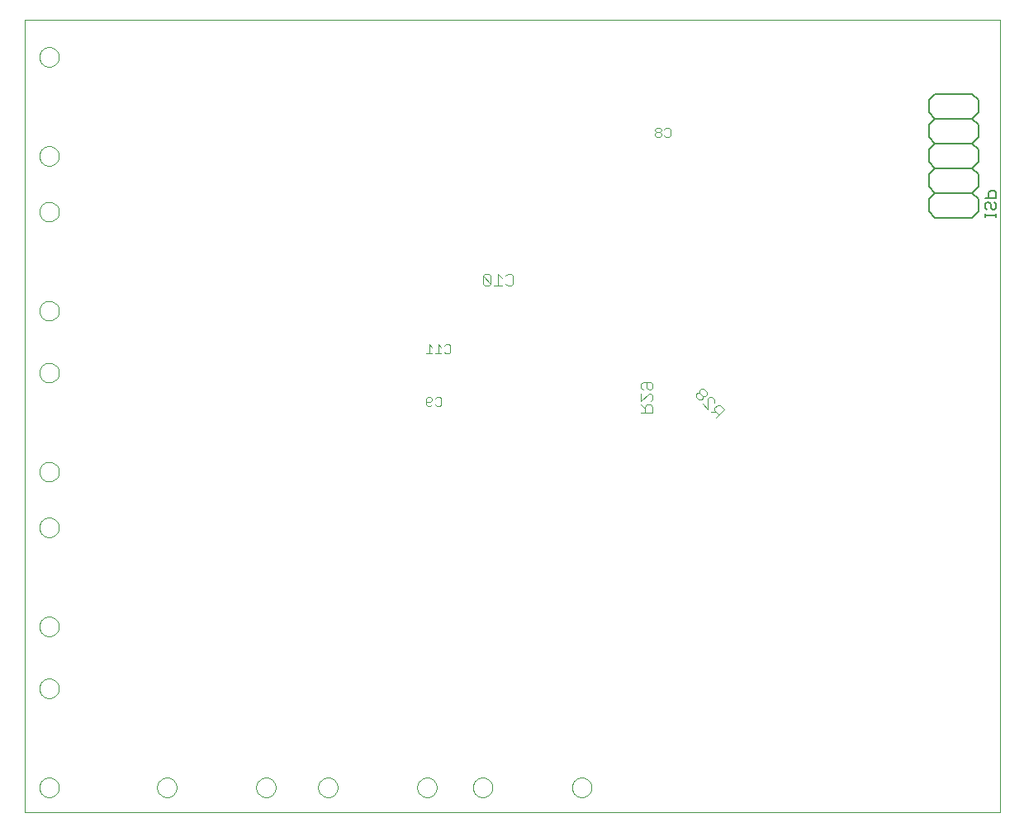
<source format=gbo>
G75*
G70*
%OFA0B0*%
%FSLAX24Y24*%
%IPPOS*%
%LPD*%
%AMOC8*
5,1,8,0,0,1.08239X$1,22.5*
%
%ADD10C,0.0000*%
%ADD11C,0.0030*%
%ADD12C,0.0040*%
%ADD13C,0.0060*%
%ADD14C,0.0050*%
D10*
X010361Y010361D02*
X010361Y042357D01*
X049731Y042357D01*
X049731Y010361D01*
X010361Y010361D01*
X010967Y011361D02*
X010969Y011400D01*
X010975Y011439D01*
X010985Y011477D01*
X010998Y011514D01*
X011015Y011549D01*
X011035Y011583D01*
X011059Y011614D01*
X011086Y011643D01*
X011115Y011669D01*
X011147Y011692D01*
X011181Y011712D01*
X011217Y011728D01*
X011254Y011740D01*
X011293Y011749D01*
X011332Y011754D01*
X011371Y011755D01*
X011410Y011752D01*
X011449Y011745D01*
X011486Y011734D01*
X011523Y011720D01*
X011558Y011702D01*
X011591Y011681D01*
X011622Y011656D01*
X011650Y011629D01*
X011675Y011599D01*
X011697Y011566D01*
X011716Y011532D01*
X011731Y011496D01*
X011743Y011458D01*
X011751Y011420D01*
X011755Y011381D01*
X011755Y011341D01*
X011751Y011302D01*
X011743Y011264D01*
X011731Y011226D01*
X011716Y011190D01*
X011697Y011156D01*
X011675Y011123D01*
X011650Y011093D01*
X011622Y011066D01*
X011591Y011041D01*
X011558Y011020D01*
X011523Y011002D01*
X011486Y010988D01*
X011449Y010977D01*
X011410Y010970D01*
X011371Y010967D01*
X011332Y010968D01*
X011293Y010973D01*
X011254Y010982D01*
X011217Y010994D01*
X011181Y011010D01*
X011147Y011030D01*
X011115Y011053D01*
X011086Y011079D01*
X011059Y011108D01*
X011035Y011139D01*
X011015Y011173D01*
X010998Y011208D01*
X010985Y011245D01*
X010975Y011283D01*
X010969Y011322D01*
X010967Y011361D01*
X010967Y015361D02*
X010969Y015400D01*
X010975Y015439D01*
X010985Y015477D01*
X010998Y015514D01*
X011015Y015549D01*
X011035Y015583D01*
X011059Y015614D01*
X011086Y015643D01*
X011115Y015669D01*
X011147Y015692D01*
X011181Y015712D01*
X011217Y015728D01*
X011254Y015740D01*
X011293Y015749D01*
X011332Y015754D01*
X011371Y015755D01*
X011410Y015752D01*
X011449Y015745D01*
X011486Y015734D01*
X011523Y015720D01*
X011558Y015702D01*
X011591Y015681D01*
X011622Y015656D01*
X011650Y015629D01*
X011675Y015599D01*
X011697Y015566D01*
X011716Y015532D01*
X011731Y015496D01*
X011743Y015458D01*
X011751Y015420D01*
X011755Y015381D01*
X011755Y015341D01*
X011751Y015302D01*
X011743Y015264D01*
X011731Y015226D01*
X011716Y015190D01*
X011697Y015156D01*
X011675Y015123D01*
X011650Y015093D01*
X011622Y015066D01*
X011591Y015041D01*
X011558Y015020D01*
X011523Y015002D01*
X011486Y014988D01*
X011449Y014977D01*
X011410Y014970D01*
X011371Y014967D01*
X011332Y014968D01*
X011293Y014973D01*
X011254Y014982D01*
X011217Y014994D01*
X011181Y015010D01*
X011147Y015030D01*
X011115Y015053D01*
X011086Y015079D01*
X011059Y015108D01*
X011035Y015139D01*
X011015Y015173D01*
X010998Y015208D01*
X010985Y015245D01*
X010975Y015283D01*
X010969Y015322D01*
X010967Y015361D01*
X010967Y017861D02*
X010969Y017900D01*
X010975Y017939D01*
X010985Y017977D01*
X010998Y018014D01*
X011015Y018049D01*
X011035Y018083D01*
X011059Y018114D01*
X011086Y018143D01*
X011115Y018169D01*
X011147Y018192D01*
X011181Y018212D01*
X011217Y018228D01*
X011254Y018240D01*
X011293Y018249D01*
X011332Y018254D01*
X011371Y018255D01*
X011410Y018252D01*
X011449Y018245D01*
X011486Y018234D01*
X011523Y018220D01*
X011558Y018202D01*
X011591Y018181D01*
X011622Y018156D01*
X011650Y018129D01*
X011675Y018099D01*
X011697Y018066D01*
X011716Y018032D01*
X011731Y017996D01*
X011743Y017958D01*
X011751Y017920D01*
X011755Y017881D01*
X011755Y017841D01*
X011751Y017802D01*
X011743Y017764D01*
X011731Y017726D01*
X011716Y017690D01*
X011697Y017656D01*
X011675Y017623D01*
X011650Y017593D01*
X011622Y017566D01*
X011591Y017541D01*
X011558Y017520D01*
X011523Y017502D01*
X011486Y017488D01*
X011449Y017477D01*
X011410Y017470D01*
X011371Y017467D01*
X011332Y017468D01*
X011293Y017473D01*
X011254Y017482D01*
X011217Y017494D01*
X011181Y017510D01*
X011147Y017530D01*
X011115Y017553D01*
X011086Y017579D01*
X011059Y017608D01*
X011035Y017639D01*
X011015Y017673D01*
X010998Y017708D01*
X010985Y017745D01*
X010975Y017783D01*
X010969Y017822D01*
X010967Y017861D01*
X010967Y021861D02*
X010969Y021900D01*
X010975Y021939D01*
X010985Y021977D01*
X010998Y022014D01*
X011015Y022049D01*
X011035Y022083D01*
X011059Y022114D01*
X011086Y022143D01*
X011115Y022169D01*
X011147Y022192D01*
X011181Y022212D01*
X011217Y022228D01*
X011254Y022240D01*
X011293Y022249D01*
X011332Y022254D01*
X011371Y022255D01*
X011410Y022252D01*
X011449Y022245D01*
X011486Y022234D01*
X011523Y022220D01*
X011558Y022202D01*
X011591Y022181D01*
X011622Y022156D01*
X011650Y022129D01*
X011675Y022099D01*
X011697Y022066D01*
X011716Y022032D01*
X011731Y021996D01*
X011743Y021958D01*
X011751Y021920D01*
X011755Y021881D01*
X011755Y021841D01*
X011751Y021802D01*
X011743Y021764D01*
X011731Y021726D01*
X011716Y021690D01*
X011697Y021656D01*
X011675Y021623D01*
X011650Y021593D01*
X011622Y021566D01*
X011591Y021541D01*
X011558Y021520D01*
X011523Y021502D01*
X011486Y021488D01*
X011449Y021477D01*
X011410Y021470D01*
X011371Y021467D01*
X011332Y021468D01*
X011293Y021473D01*
X011254Y021482D01*
X011217Y021494D01*
X011181Y021510D01*
X011147Y021530D01*
X011115Y021553D01*
X011086Y021579D01*
X011059Y021608D01*
X011035Y021639D01*
X011015Y021673D01*
X010998Y021708D01*
X010985Y021745D01*
X010975Y021783D01*
X010969Y021822D01*
X010967Y021861D01*
X010967Y024111D02*
X010969Y024150D01*
X010975Y024189D01*
X010985Y024227D01*
X010998Y024264D01*
X011015Y024299D01*
X011035Y024333D01*
X011059Y024364D01*
X011086Y024393D01*
X011115Y024419D01*
X011147Y024442D01*
X011181Y024462D01*
X011217Y024478D01*
X011254Y024490D01*
X011293Y024499D01*
X011332Y024504D01*
X011371Y024505D01*
X011410Y024502D01*
X011449Y024495D01*
X011486Y024484D01*
X011523Y024470D01*
X011558Y024452D01*
X011591Y024431D01*
X011622Y024406D01*
X011650Y024379D01*
X011675Y024349D01*
X011697Y024316D01*
X011716Y024282D01*
X011731Y024246D01*
X011743Y024208D01*
X011751Y024170D01*
X011755Y024131D01*
X011755Y024091D01*
X011751Y024052D01*
X011743Y024014D01*
X011731Y023976D01*
X011716Y023940D01*
X011697Y023906D01*
X011675Y023873D01*
X011650Y023843D01*
X011622Y023816D01*
X011591Y023791D01*
X011558Y023770D01*
X011523Y023752D01*
X011486Y023738D01*
X011449Y023727D01*
X011410Y023720D01*
X011371Y023717D01*
X011332Y023718D01*
X011293Y023723D01*
X011254Y023732D01*
X011217Y023744D01*
X011181Y023760D01*
X011147Y023780D01*
X011115Y023803D01*
X011086Y023829D01*
X011059Y023858D01*
X011035Y023889D01*
X011015Y023923D01*
X010998Y023958D01*
X010985Y023995D01*
X010975Y024033D01*
X010969Y024072D01*
X010967Y024111D01*
X010967Y028111D02*
X010969Y028150D01*
X010975Y028189D01*
X010985Y028227D01*
X010998Y028264D01*
X011015Y028299D01*
X011035Y028333D01*
X011059Y028364D01*
X011086Y028393D01*
X011115Y028419D01*
X011147Y028442D01*
X011181Y028462D01*
X011217Y028478D01*
X011254Y028490D01*
X011293Y028499D01*
X011332Y028504D01*
X011371Y028505D01*
X011410Y028502D01*
X011449Y028495D01*
X011486Y028484D01*
X011523Y028470D01*
X011558Y028452D01*
X011591Y028431D01*
X011622Y028406D01*
X011650Y028379D01*
X011675Y028349D01*
X011697Y028316D01*
X011716Y028282D01*
X011731Y028246D01*
X011743Y028208D01*
X011751Y028170D01*
X011755Y028131D01*
X011755Y028091D01*
X011751Y028052D01*
X011743Y028014D01*
X011731Y027976D01*
X011716Y027940D01*
X011697Y027906D01*
X011675Y027873D01*
X011650Y027843D01*
X011622Y027816D01*
X011591Y027791D01*
X011558Y027770D01*
X011523Y027752D01*
X011486Y027738D01*
X011449Y027727D01*
X011410Y027720D01*
X011371Y027717D01*
X011332Y027718D01*
X011293Y027723D01*
X011254Y027732D01*
X011217Y027744D01*
X011181Y027760D01*
X011147Y027780D01*
X011115Y027803D01*
X011086Y027829D01*
X011059Y027858D01*
X011035Y027889D01*
X011015Y027923D01*
X010998Y027958D01*
X010985Y027995D01*
X010975Y028033D01*
X010969Y028072D01*
X010967Y028111D01*
X010967Y030611D02*
X010969Y030650D01*
X010975Y030689D01*
X010985Y030727D01*
X010998Y030764D01*
X011015Y030799D01*
X011035Y030833D01*
X011059Y030864D01*
X011086Y030893D01*
X011115Y030919D01*
X011147Y030942D01*
X011181Y030962D01*
X011217Y030978D01*
X011254Y030990D01*
X011293Y030999D01*
X011332Y031004D01*
X011371Y031005D01*
X011410Y031002D01*
X011449Y030995D01*
X011486Y030984D01*
X011523Y030970D01*
X011558Y030952D01*
X011591Y030931D01*
X011622Y030906D01*
X011650Y030879D01*
X011675Y030849D01*
X011697Y030816D01*
X011716Y030782D01*
X011731Y030746D01*
X011743Y030708D01*
X011751Y030670D01*
X011755Y030631D01*
X011755Y030591D01*
X011751Y030552D01*
X011743Y030514D01*
X011731Y030476D01*
X011716Y030440D01*
X011697Y030406D01*
X011675Y030373D01*
X011650Y030343D01*
X011622Y030316D01*
X011591Y030291D01*
X011558Y030270D01*
X011523Y030252D01*
X011486Y030238D01*
X011449Y030227D01*
X011410Y030220D01*
X011371Y030217D01*
X011332Y030218D01*
X011293Y030223D01*
X011254Y030232D01*
X011217Y030244D01*
X011181Y030260D01*
X011147Y030280D01*
X011115Y030303D01*
X011086Y030329D01*
X011059Y030358D01*
X011035Y030389D01*
X011015Y030423D01*
X010998Y030458D01*
X010985Y030495D01*
X010975Y030533D01*
X010969Y030572D01*
X010967Y030611D01*
X010967Y034611D02*
X010969Y034650D01*
X010975Y034689D01*
X010985Y034727D01*
X010998Y034764D01*
X011015Y034799D01*
X011035Y034833D01*
X011059Y034864D01*
X011086Y034893D01*
X011115Y034919D01*
X011147Y034942D01*
X011181Y034962D01*
X011217Y034978D01*
X011254Y034990D01*
X011293Y034999D01*
X011332Y035004D01*
X011371Y035005D01*
X011410Y035002D01*
X011449Y034995D01*
X011486Y034984D01*
X011523Y034970D01*
X011558Y034952D01*
X011591Y034931D01*
X011622Y034906D01*
X011650Y034879D01*
X011675Y034849D01*
X011697Y034816D01*
X011716Y034782D01*
X011731Y034746D01*
X011743Y034708D01*
X011751Y034670D01*
X011755Y034631D01*
X011755Y034591D01*
X011751Y034552D01*
X011743Y034514D01*
X011731Y034476D01*
X011716Y034440D01*
X011697Y034406D01*
X011675Y034373D01*
X011650Y034343D01*
X011622Y034316D01*
X011591Y034291D01*
X011558Y034270D01*
X011523Y034252D01*
X011486Y034238D01*
X011449Y034227D01*
X011410Y034220D01*
X011371Y034217D01*
X011332Y034218D01*
X011293Y034223D01*
X011254Y034232D01*
X011217Y034244D01*
X011181Y034260D01*
X011147Y034280D01*
X011115Y034303D01*
X011086Y034329D01*
X011059Y034358D01*
X011035Y034389D01*
X011015Y034423D01*
X010998Y034458D01*
X010985Y034495D01*
X010975Y034533D01*
X010969Y034572D01*
X010967Y034611D01*
X010967Y036861D02*
X010969Y036900D01*
X010975Y036939D01*
X010985Y036977D01*
X010998Y037014D01*
X011015Y037049D01*
X011035Y037083D01*
X011059Y037114D01*
X011086Y037143D01*
X011115Y037169D01*
X011147Y037192D01*
X011181Y037212D01*
X011217Y037228D01*
X011254Y037240D01*
X011293Y037249D01*
X011332Y037254D01*
X011371Y037255D01*
X011410Y037252D01*
X011449Y037245D01*
X011486Y037234D01*
X011523Y037220D01*
X011558Y037202D01*
X011591Y037181D01*
X011622Y037156D01*
X011650Y037129D01*
X011675Y037099D01*
X011697Y037066D01*
X011716Y037032D01*
X011731Y036996D01*
X011743Y036958D01*
X011751Y036920D01*
X011755Y036881D01*
X011755Y036841D01*
X011751Y036802D01*
X011743Y036764D01*
X011731Y036726D01*
X011716Y036690D01*
X011697Y036656D01*
X011675Y036623D01*
X011650Y036593D01*
X011622Y036566D01*
X011591Y036541D01*
X011558Y036520D01*
X011523Y036502D01*
X011486Y036488D01*
X011449Y036477D01*
X011410Y036470D01*
X011371Y036467D01*
X011332Y036468D01*
X011293Y036473D01*
X011254Y036482D01*
X011217Y036494D01*
X011181Y036510D01*
X011147Y036530D01*
X011115Y036553D01*
X011086Y036579D01*
X011059Y036608D01*
X011035Y036639D01*
X011015Y036673D01*
X010998Y036708D01*
X010985Y036745D01*
X010975Y036783D01*
X010969Y036822D01*
X010967Y036861D01*
X010967Y040861D02*
X010969Y040900D01*
X010975Y040939D01*
X010985Y040977D01*
X010998Y041014D01*
X011015Y041049D01*
X011035Y041083D01*
X011059Y041114D01*
X011086Y041143D01*
X011115Y041169D01*
X011147Y041192D01*
X011181Y041212D01*
X011217Y041228D01*
X011254Y041240D01*
X011293Y041249D01*
X011332Y041254D01*
X011371Y041255D01*
X011410Y041252D01*
X011449Y041245D01*
X011486Y041234D01*
X011523Y041220D01*
X011558Y041202D01*
X011591Y041181D01*
X011622Y041156D01*
X011650Y041129D01*
X011675Y041099D01*
X011697Y041066D01*
X011716Y041032D01*
X011731Y040996D01*
X011743Y040958D01*
X011751Y040920D01*
X011755Y040881D01*
X011755Y040841D01*
X011751Y040802D01*
X011743Y040764D01*
X011731Y040726D01*
X011716Y040690D01*
X011697Y040656D01*
X011675Y040623D01*
X011650Y040593D01*
X011622Y040566D01*
X011591Y040541D01*
X011558Y040520D01*
X011523Y040502D01*
X011486Y040488D01*
X011449Y040477D01*
X011410Y040470D01*
X011371Y040467D01*
X011332Y040468D01*
X011293Y040473D01*
X011254Y040482D01*
X011217Y040494D01*
X011181Y040510D01*
X011147Y040530D01*
X011115Y040553D01*
X011086Y040579D01*
X011059Y040608D01*
X011035Y040639D01*
X011015Y040673D01*
X010998Y040708D01*
X010985Y040745D01*
X010975Y040783D01*
X010969Y040822D01*
X010967Y040861D01*
X015717Y011361D02*
X015719Y011400D01*
X015725Y011439D01*
X015735Y011477D01*
X015748Y011514D01*
X015765Y011549D01*
X015785Y011583D01*
X015809Y011614D01*
X015836Y011643D01*
X015865Y011669D01*
X015897Y011692D01*
X015931Y011712D01*
X015967Y011728D01*
X016004Y011740D01*
X016043Y011749D01*
X016082Y011754D01*
X016121Y011755D01*
X016160Y011752D01*
X016199Y011745D01*
X016236Y011734D01*
X016273Y011720D01*
X016308Y011702D01*
X016341Y011681D01*
X016372Y011656D01*
X016400Y011629D01*
X016425Y011599D01*
X016447Y011566D01*
X016466Y011532D01*
X016481Y011496D01*
X016493Y011458D01*
X016501Y011420D01*
X016505Y011381D01*
X016505Y011341D01*
X016501Y011302D01*
X016493Y011264D01*
X016481Y011226D01*
X016466Y011190D01*
X016447Y011156D01*
X016425Y011123D01*
X016400Y011093D01*
X016372Y011066D01*
X016341Y011041D01*
X016308Y011020D01*
X016273Y011002D01*
X016236Y010988D01*
X016199Y010977D01*
X016160Y010970D01*
X016121Y010967D01*
X016082Y010968D01*
X016043Y010973D01*
X016004Y010982D01*
X015967Y010994D01*
X015931Y011010D01*
X015897Y011030D01*
X015865Y011053D01*
X015836Y011079D01*
X015809Y011108D01*
X015785Y011139D01*
X015765Y011173D01*
X015748Y011208D01*
X015735Y011245D01*
X015725Y011283D01*
X015719Y011322D01*
X015717Y011361D01*
X019717Y011361D02*
X019719Y011400D01*
X019725Y011439D01*
X019735Y011477D01*
X019748Y011514D01*
X019765Y011549D01*
X019785Y011583D01*
X019809Y011614D01*
X019836Y011643D01*
X019865Y011669D01*
X019897Y011692D01*
X019931Y011712D01*
X019967Y011728D01*
X020004Y011740D01*
X020043Y011749D01*
X020082Y011754D01*
X020121Y011755D01*
X020160Y011752D01*
X020199Y011745D01*
X020236Y011734D01*
X020273Y011720D01*
X020308Y011702D01*
X020341Y011681D01*
X020372Y011656D01*
X020400Y011629D01*
X020425Y011599D01*
X020447Y011566D01*
X020466Y011532D01*
X020481Y011496D01*
X020493Y011458D01*
X020501Y011420D01*
X020505Y011381D01*
X020505Y011341D01*
X020501Y011302D01*
X020493Y011264D01*
X020481Y011226D01*
X020466Y011190D01*
X020447Y011156D01*
X020425Y011123D01*
X020400Y011093D01*
X020372Y011066D01*
X020341Y011041D01*
X020308Y011020D01*
X020273Y011002D01*
X020236Y010988D01*
X020199Y010977D01*
X020160Y010970D01*
X020121Y010967D01*
X020082Y010968D01*
X020043Y010973D01*
X020004Y010982D01*
X019967Y010994D01*
X019931Y011010D01*
X019897Y011030D01*
X019865Y011053D01*
X019836Y011079D01*
X019809Y011108D01*
X019785Y011139D01*
X019765Y011173D01*
X019748Y011208D01*
X019735Y011245D01*
X019725Y011283D01*
X019719Y011322D01*
X019717Y011361D01*
X022217Y011361D02*
X022219Y011400D01*
X022225Y011439D01*
X022235Y011477D01*
X022248Y011514D01*
X022265Y011549D01*
X022285Y011583D01*
X022309Y011614D01*
X022336Y011643D01*
X022365Y011669D01*
X022397Y011692D01*
X022431Y011712D01*
X022467Y011728D01*
X022504Y011740D01*
X022543Y011749D01*
X022582Y011754D01*
X022621Y011755D01*
X022660Y011752D01*
X022699Y011745D01*
X022736Y011734D01*
X022773Y011720D01*
X022808Y011702D01*
X022841Y011681D01*
X022872Y011656D01*
X022900Y011629D01*
X022925Y011599D01*
X022947Y011566D01*
X022966Y011532D01*
X022981Y011496D01*
X022993Y011458D01*
X023001Y011420D01*
X023005Y011381D01*
X023005Y011341D01*
X023001Y011302D01*
X022993Y011264D01*
X022981Y011226D01*
X022966Y011190D01*
X022947Y011156D01*
X022925Y011123D01*
X022900Y011093D01*
X022872Y011066D01*
X022841Y011041D01*
X022808Y011020D01*
X022773Y011002D01*
X022736Y010988D01*
X022699Y010977D01*
X022660Y010970D01*
X022621Y010967D01*
X022582Y010968D01*
X022543Y010973D01*
X022504Y010982D01*
X022467Y010994D01*
X022431Y011010D01*
X022397Y011030D01*
X022365Y011053D01*
X022336Y011079D01*
X022309Y011108D01*
X022285Y011139D01*
X022265Y011173D01*
X022248Y011208D01*
X022235Y011245D01*
X022225Y011283D01*
X022219Y011322D01*
X022217Y011361D01*
X026217Y011361D02*
X026219Y011400D01*
X026225Y011439D01*
X026235Y011477D01*
X026248Y011514D01*
X026265Y011549D01*
X026285Y011583D01*
X026309Y011614D01*
X026336Y011643D01*
X026365Y011669D01*
X026397Y011692D01*
X026431Y011712D01*
X026467Y011728D01*
X026504Y011740D01*
X026543Y011749D01*
X026582Y011754D01*
X026621Y011755D01*
X026660Y011752D01*
X026699Y011745D01*
X026736Y011734D01*
X026773Y011720D01*
X026808Y011702D01*
X026841Y011681D01*
X026872Y011656D01*
X026900Y011629D01*
X026925Y011599D01*
X026947Y011566D01*
X026966Y011532D01*
X026981Y011496D01*
X026993Y011458D01*
X027001Y011420D01*
X027005Y011381D01*
X027005Y011341D01*
X027001Y011302D01*
X026993Y011264D01*
X026981Y011226D01*
X026966Y011190D01*
X026947Y011156D01*
X026925Y011123D01*
X026900Y011093D01*
X026872Y011066D01*
X026841Y011041D01*
X026808Y011020D01*
X026773Y011002D01*
X026736Y010988D01*
X026699Y010977D01*
X026660Y010970D01*
X026621Y010967D01*
X026582Y010968D01*
X026543Y010973D01*
X026504Y010982D01*
X026467Y010994D01*
X026431Y011010D01*
X026397Y011030D01*
X026365Y011053D01*
X026336Y011079D01*
X026309Y011108D01*
X026285Y011139D01*
X026265Y011173D01*
X026248Y011208D01*
X026235Y011245D01*
X026225Y011283D01*
X026219Y011322D01*
X026217Y011361D01*
X028467Y011361D02*
X028469Y011400D01*
X028475Y011439D01*
X028485Y011477D01*
X028498Y011514D01*
X028515Y011549D01*
X028535Y011583D01*
X028559Y011614D01*
X028586Y011643D01*
X028615Y011669D01*
X028647Y011692D01*
X028681Y011712D01*
X028717Y011728D01*
X028754Y011740D01*
X028793Y011749D01*
X028832Y011754D01*
X028871Y011755D01*
X028910Y011752D01*
X028949Y011745D01*
X028986Y011734D01*
X029023Y011720D01*
X029058Y011702D01*
X029091Y011681D01*
X029122Y011656D01*
X029150Y011629D01*
X029175Y011599D01*
X029197Y011566D01*
X029216Y011532D01*
X029231Y011496D01*
X029243Y011458D01*
X029251Y011420D01*
X029255Y011381D01*
X029255Y011341D01*
X029251Y011302D01*
X029243Y011264D01*
X029231Y011226D01*
X029216Y011190D01*
X029197Y011156D01*
X029175Y011123D01*
X029150Y011093D01*
X029122Y011066D01*
X029091Y011041D01*
X029058Y011020D01*
X029023Y011002D01*
X028986Y010988D01*
X028949Y010977D01*
X028910Y010970D01*
X028871Y010967D01*
X028832Y010968D01*
X028793Y010973D01*
X028754Y010982D01*
X028717Y010994D01*
X028681Y011010D01*
X028647Y011030D01*
X028615Y011053D01*
X028586Y011079D01*
X028559Y011108D01*
X028535Y011139D01*
X028515Y011173D01*
X028498Y011208D01*
X028485Y011245D01*
X028475Y011283D01*
X028469Y011322D01*
X028467Y011361D01*
X032467Y011361D02*
X032469Y011400D01*
X032475Y011439D01*
X032485Y011477D01*
X032498Y011514D01*
X032515Y011549D01*
X032535Y011583D01*
X032559Y011614D01*
X032586Y011643D01*
X032615Y011669D01*
X032647Y011692D01*
X032681Y011712D01*
X032717Y011728D01*
X032754Y011740D01*
X032793Y011749D01*
X032832Y011754D01*
X032871Y011755D01*
X032910Y011752D01*
X032949Y011745D01*
X032986Y011734D01*
X033023Y011720D01*
X033058Y011702D01*
X033091Y011681D01*
X033122Y011656D01*
X033150Y011629D01*
X033175Y011599D01*
X033197Y011566D01*
X033216Y011532D01*
X033231Y011496D01*
X033243Y011458D01*
X033251Y011420D01*
X033255Y011381D01*
X033255Y011341D01*
X033251Y011302D01*
X033243Y011264D01*
X033231Y011226D01*
X033216Y011190D01*
X033197Y011156D01*
X033175Y011123D01*
X033150Y011093D01*
X033122Y011066D01*
X033091Y011041D01*
X033058Y011020D01*
X033023Y011002D01*
X032986Y010988D01*
X032949Y010977D01*
X032910Y010970D01*
X032871Y010967D01*
X032832Y010968D01*
X032793Y010973D01*
X032754Y010982D01*
X032717Y010994D01*
X032681Y011010D01*
X032647Y011030D01*
X032615Y011053D01*
X032586Y011079D01*
X032559Y011108D01*
X032535Y011139D01*
X032515Y011173D01*
X032498Y011208D01*
X032485Y011245D01*
X032475Y011283D01*
X032469Y011322D01*
X032467Y011361D01*
D11*
X027127Y026756D02*
X027004Y026756D01*
X026942Y026818D01*
X026821Y026818D02*
X026759Y026756D01*
X026635Y026756D01*
X026574Y026818D01*
X026574Y027065D01*
X026635Y027127D01*
X026759Y027127D01*
X026821Y027065D01*
X026821Y027003D01*
X026759Y026942D01*
X026574Y026942D01*
X026942Y027065D02*
X027004Y027127D01*
X027127Y027127D01*
X027189Y027065D01*
X027189Y026818D01*
X027127Y026756D01*
X027189Y028881D02*
X026942Y028881D01*
X026821Y028881D02*
X026574Y028881D01*
X026697Y028881D02*
X026697Y029252D01*
X026821Y029128D01*
X027065Y029252D02*
X027065Y028881D01*
X027310Y028943D02*
X027372Y028881D01*
X027495Y028881D01*
X027557Y028943D01*
X027557Y029190D01*
X027495Y029252D01*
X027372Y029252D01*
X027310Y029190D01*
X027189Y029128D02*
X027065Y029252D01*
X035824Y037693D02*
X035885Y037631D01*
X036009Y037631D01*
X036071Y037693D01*
X036071Y037755D01*
X036009Y037817D01*
X035885Y037817D01*
X035824Y037755D01*
X035824Y037693D01*
X035885Y037817D02*
X035824Y037878D01*
X035824Y037940D01*
X035885Y038002D01*
X036009Y038002D01*
X036071Y037940D01*
X036071Y037878D01*
X036009Y037817D01*
X036192Y037940D02*
X036254Y038002D01*
X036377Y038002D01*
X036439Y037940D01*
X036439Y037693D01*
X036377Y037631D01*
X036254Y037631D01*
X036192Y037693D01*
D12*
X030091Y032015D02*
X030014Y032091D01*
X029861Y032091D01*
X029784Y032015D01*
X029631Y031938D02*
X029477Y032091D01*
X029477Y031631D01*
X029324Y031631D02*
X029631Y031631D01*
X029784Y031708D02*
X029861Y031631D01*
X030014Y031631D01*
X030091Y031708D01*
X030091Y032015D01*
X029170Y032015D02*
X029170Y031708D01*
X028863Y032015D01*
X028863Y031708D01*
X028940Y031631D01*
X029094Y031631D01*
X029170Y031708D01*
X029170Y032015D02*
X029094Y032091D01*
X028940Y032091D01*
X028863Y032015D01*
X035256Y027657D02*
X035333Y027734D01*
X035640Y027734D01*
X035716Y027657D01*
X035716Y027503D01*
X035640Y027427D01*
X035563Y027427D01*
X035486Y027503D01*
X035486Y027734D01*
X035256Y027657D02*
X035256Y027503D01*
X035333Y027427D01*
X035256Y027273D02*
X035256Y026966D01*
X035563Y027273D01*
X035640Y027273D01*
X035716Y027196D01*
X035716Y027043D01*
X035640Y026966D01*
X035640Y026813D02*
X035486Y026813D01*
X035409Y026736D01*
X035409Y026506D01*
X035256Y026506D02*
X035716Y026506D01*
X035716Y026736D01*
X035640Y026813D01*
X035409Y026659D02*
X035256Y026813D01*
X037463Y027123D02*
X037572Y027014D01*
X037680Y027014D01*
X037734Y027068D01*
X037734Y027177D01*
X037626Y027285D01*
X037517Y027285D01*
X037463Y027231D01*
X037463Y027123D01*
X037626Y027285D02*
X037626Y027394D01*
X037680Y027448D01*
X037789Y027448D01*
X037897Y027340D01*
X037897Y027231D01*
X037843Y027177D01*
X037734Y027177D01*
X037951Y027068D02*
X038006Y027123D01*
X038114Y027123D01*
X038223Y027014D01*
X038223Y026906D01*
X038331Y026797D02*
X038223Y026689D01*
X038223Y026580D01*
X038385Y026417D01*
X038277Y026309D02*
X038602Y026634D01*
X038440Y026797D01*
X038331Y026797D01*
X038277Y026526D02*
X038060Y026526D01*
X037951Y026634D02*
X037951Y027068D01*
X037734Y026851D02*
X037951Y026634D01*
D13*
X046861Y034611D02*
X046861Y035111D01*
X047111Y035361D01*
X048611Y035361D01*
X048861Y035611D01*
X048861Y036111D01*
X048611Y036361D01*
X047111Y036361D01*
X046861Y036611D01*
X046861Y037111D01*
X047111Y037361D01*
X048611Y037361D01*
X048861Y037611D01*
X048861Y038111D01*
X048611Y038361D01*
X048861Y038611D01*
X048861Y039111D01*
X048611Y039361D01*
X047111Y039361D01*
X046861Y039111D01*
X046861Y038611D01*
X047111Y038361D01*
X048611Y038361D01*
X048611Y037361D02*
X048861Y037111D01*
X048861Y036611D01*
X048611Y036361D01*
X048611Y035361D02*
X048861Y035111D01*
X048861Y034611D01*
X048611Y034361D01*
X047111Y034361D01*
X046861Y034611D01*
X047111Y035361D02*
X046861Y035611D01*
X046861Y036111D01*
X047111Y036361D01*
X047111Y037361D02*
X046861Y037611D01*
X046861Y038111D01*
X047111Y038361D01*
D14*
X049361Y035453D02*
X049286Y035378D01*
X049286Y035153D01*
X049136Y035153D02*
X049586Y035153D01*
X049586Y035378D01*
X049511Y035453D01*
X049361Y035453D01*
X049286Y034993D02*
X049211Y034993D01*
X049136Y034918D01*
X049136Y034768D01*
X049211Y034693D01*
X049361Y034768D02*
X049361Y034918D01*
X049286Y034993D01*
X049511Y034993D02*
X049586Y034918D01*
X049586Y034768D01*
X049511Y034693D01*
X049436Y034693D01*
X049361Y034768D01*
X049136Y034536D02*
X049136Y034386D01*
X049136Y034461D02*
X049586Y034461D01*
X049586Y034386D02*
X049586Y034536D01*
M02*

</source>
